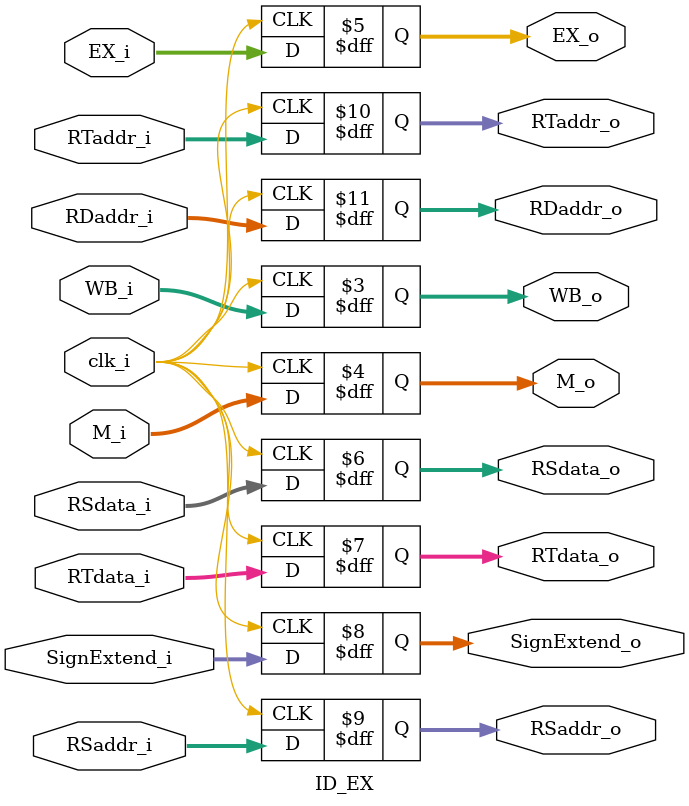
<source format=v>
module ID_EX
(
	clk_i,
	WB_i,//control signal
	M_i,//control signal
	EX_i,//control signal
	RSdata_i,
	RTdata_i,
	SignExtend_i,
	RSaddr_i,
	RTaddr_i,
	RDaddr_i,
	WB_o,//control signal
	M_o,//control signal
	EX_o,//control signal
	RSdata_o,
	RTdata_o,
	SignExtend_o,
	RSaddr_o,
	RTaddr_o,
	RDaddr_o
);

// Ports
input				clk_i;
input	[1:0]		WB_i;//control signal
input	[1:0]		M_i;//control signal
input	[3:0]		EX_i;//control signal
input	[31:0]		RSdata_i;
input	[31:0]		RTdata_i;
input	[31:0]		SignExtend_i;
input	[4:0]		RSaddr_i;
input	[4:0]		RTaddr_i;
input	[4:0]		RDaddr_i;
output	[1:0]		WB_o;//control signal
output	[1:0]		M_o;//control signal
output	[3:0]		EX_o;//control signal
output	[31:0]		RSdata_o;
output	[31:0]		RTdata_o;
output	[31:0]		SignExtend_o;
output	[4:0]		RSaddr_o;
output	[4:0]		RTaddr_o;
output	[4:0]		RDaddr_o;

// Wires & Registers
reg		[1:0]		WB_o;//control signal
reg		[1:0]		M_o;//control signal
reg		[3:0]		EX_o;//control signal
reg		[31:0]		RSdata_o;
reg		[31:0]		RTdata_o;
reg		[31:0]		SignExtend_o;
reg		[4:0]		RSaddr_o;
reg		[4:0]		RTaddr_o;
reg		[4:0]		RDaddr_o;

initial begin
	WB_o = 2'b0;
	M_o = 2'b0;
	EX_o = 4'b0;
	RSdata_o = 32'b0;
	RTdata_o = 32'b0;
	SignExtend_o = 32'b0;
	RSaddr_o = 5'b0;
	RTdata_o = 5'b0;
	RDaddr_o = 5'b0;
end

always@(posedge clk_i) begin
	WB_o <= WB_i;//control signal
	M_o <= M_i;//control signal
	EX_o <= EX_i;//control signal
	RSdata_o <= RSdata_i;
	RTdata_o <= RTdata_i;
	SignExtend_o <= SignExtend_i;
	RSaddr_o <= RSaddr_i;
	RTaddr_o <= RTaddr_i;
	RDaddr_o <= RDaddr_i;
end
   
endmodule
</source>
